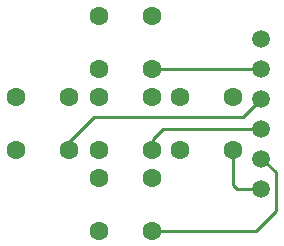
<source format=gtl>
G04 Layer: TopLayer*
G04 EasyEDA v6.5.46, 2024-09-10 09:59:28*
G04 da5f1928a6434b398d5d865525f81666,df7e7e3c38a3447abd37b529b333d242,10*
G04 Gerber Generator version 0.2*
G04 Scale: 100 percent, Rotated: No, Reflected: No *
G04 Dimensions in millimeters *
G04 leading zeros omitted , absolute positions ,4 integer and 5 decimal *
%FSLAX45Y45*%
%MOMM*%

%ADD10C,0.2540*%
%ADD11C,1.5000*%
%ADD12C,1.5990*%

%LPD*%
D10*
X4051300Y7810500D02*
G01*
X3225800Y7810500D01*
X3136900Y7721600D01*
X3136900Y7639893D01*
X3129917Y7632905D01*
X4051300Y8064500D02*
G01*
X3898900Y7912100D01*
X2641600Y7912100D01*
X2431541Y7702042D01*
X2431541Y7632954D01*
X4051300Y7556500D02*
G01*
X4064000Y7556500D01*
X4178300Y7442200D01*
X4178300Y7112000D01*
X4013200Y6946900D01*
X3130041Y6947154D01*
X4051300Y8318500D02*
G01*
X3130123Y8318500D01*
X3129917Y8318705D01*
X4051300Y7302500D02*
G01*
X3848100Y7302500D01*
X3815715Y7334885D01*
X3815715Y7632903D01*
D11*
G01*
X4051300Y7302500D03*
G01*
X4051300Y7556500D03*
G01*
X4051300Y7810500D03*
G01*
X4051300Y8064500D03*
G01*
X4051300Y8318500D03*
G01*
X4051300Y8572500D03*
D12*
G01*
X2679928Y8768714D03*
G01*
X3129915Y8768714D03*
G01*
X2679928Y8318703D03*
G01*
X3129915Y8318703D03*
G01*
X3365728Y8082914D03*
G01*
X3815715Y8082914D03*
G01*
X3365728Y7632903D03*
G01*
X3815715Y7632903D03*
G01*
X2679928Y8082914D03*
G01*
X3129915Y8082914D03*
G01*
X2679928Y7632903D03*
G01*
X3129915Y7632903D03*
G01*
X1981428Y8082914D03*
G01*
X2431415Y8082914D03*
G01*
X1981428Y7632903D03*
G01*
X2431415Y7632903D03*
G01*
X2679928Y7397114D03*
G01*
X3129915Y7397114D03*
G01*
X2679928Y6947103D03*
G01*
X3129915Y6947103D03*
M02*

</source>
